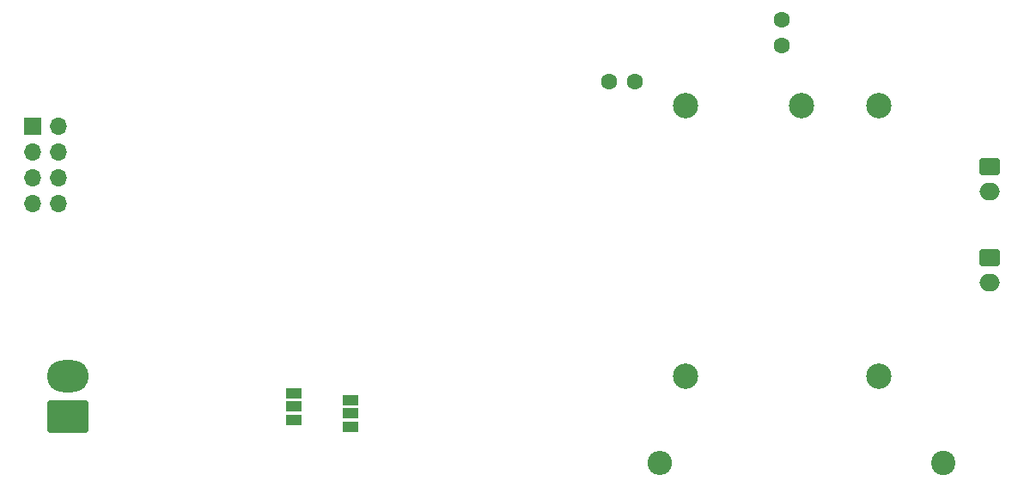
<source format=gbr>
%TF.GenerationSoftware,KiCad,Pcbnew,8.0.3-8.0.3-0~ubuntu20.04.1*%
%TF.CreationDate,2025-01-28T06:06:15-03:00*%
%TF.ProjectId,hv_pulse_generator,68765f70-756c-4736-955f-67656e657261,rev?*%
%TF.SameCoordinates,Original*%
%TF.FileFunction,Soldermask,Bot*%
%TF.FilePolarity,Negative*%
%FSLAX46Y46*%
G04 Gerber Fmt 4.6, Leading zero omitted, Abs format (unit mm)*
G04 Created by KiCad (PCBNEW 8.0.3-8.0.3-0~ubuntu20.04.1) date 2025-01-28 06:06:15*
%MOMM*%
%LPD*%
G01*
G04 APERTURE LIST*
G04 Aperture macros list*
%AMRoundRect*
0 Rectangle with rounded corners*
0 $1 Rounding radius*
0 $2 $3 $4 $5 $6 $7 $8 $9 X,Y pos of 4 corners*
0 Add a 4 corners polygon primitive as box body*
4,1,4,$2,$3,$4,$5,$6,$7,$8,$9,$2,$3,0*
0 Add four circle primitives for the rounded corners*
1,1,$1+$1,$2,$3*
1,1,$1+$1,$4,$5*
1,1,$1+$1,$6,$7*
1,1,$1+$1,$8,$9*
0 Add four rect primitives between the rounded corners*
20,1,$1+$1,$2,$3,$4,$5,0*
20,1,$1+$1,$4,$5,$6,$7,0*
20,1,$1+$1,$6,$7,$8,$9,0*
20,1,$1+$1,$8,$9,$2,$3,0*%
G04 Aperture macros list end*
%ADD10RoundRect,0.250000X1.800000X-1.330000X1.800000X1.330000X-1.800000X1.330000X-1.800000X-1.330000X0*%
%ADD11O,4.100000X3.160000*%
%ADD12R,1.700000X1.700000*%
%ADD13O,1.700000X1.700000*%
%ADD14RoundRect,0.250000X-0.750000X0.600000X-0.750000X-0.600000X0.750000X-0.600000X0.750000X0.600000X0*%
%ADD15O,2.000000X1.700000*%
%ADD16C,2.500000*%
%ADD17C,2.400000*%
%ADD18O,2.400000X2.400000*%
%ADD19C,1.600000*%
%ADD20R,1.500000X1.000000*%
G04 APERTURE END LIST*
D10*
%TO.C,J7*%
X55650000Y-113000000D03*
D11*
X55650000Y-109040000D03*
%TD*%
D12*
%TO.C,J8*%
X52225000Y-84375000D03*
D13*
X54765000Y-84375000D03*
X52225000Y-86915000D03*
X54765000Y-86915000D03*
X52225000Y-89455000D03*
X54765000Y-89455000D03*
X52225000Y-91995000D03*
X54765000Y-91995000D03*
%TD*%
D14*
%TO.C,J3*%
X146500000Y-97325000D03*
D15*
X146500000Y-99825000D03*
%TD*%
D16*
%TO.C,T1*%
X135570000Y-82375000D03*
X127950000Y-82375000D03*
X116520000Y-109045000D03*
X116520000Y-82375000D03*
X135570000Y-109045000D03*
%TD*%
D17*
%TO.C,R11*%
X141915000Y-117600000D03*
D18*
X113975000Y-117600000D03*
%TD*%
D14*
%TO.C,J1*%
X146500000Y-88350000D03*
D15*
X146500000Y-90850000D03*
%TD*%
D19*
%TO.C,C10*%
X126025000Y-73900000D03*
X126025000Y-76400000D03*
%TD*%
%TO.C,C11*%
X109000000Y-80000000D03*
X111500000Y-80000000D03*
%TD*%
D20*
%TO.C,JP2*%
X83525000Y-111375000D03*
X83525000Y-112675000D03*
X83525000Y-113975000D03*
%TD*%
%TO.C,JP1*%
X77925000Y-113300000D03*
X77925000Y-112000000D03*
X77925000Y-110700000D03*
%TD*%
M02*

</source>
